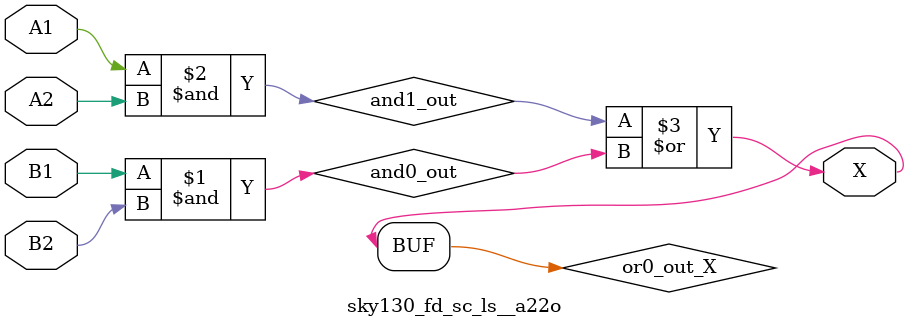
<source format=v>
module sky130_fd_sc_ls__a22o (
    X ,
    A1,
    A2,
    B1,
    B2
);
    output X ;
    input  A1;
    input  A2;
    input  B1;
    input  B2;
    wire and0_out ;
    wire and1_out ;
    wire or0_out_X;
    and and0 (and0_out , B1, B2            );
    and and1 (and1_out , A1, A2            );
    or  or0  (or0_out_X, and1_out, and0_out);
    buf buf0 (X        , or0_out_X         );
endmodule
</source>
